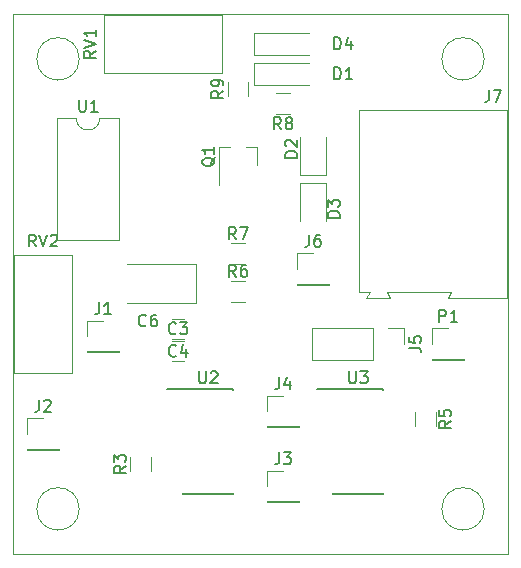
<source format=gbr>
%TF.GenerationSoftware,KiCad,Pcbnew,4.0.7*%
%TF.CreationDate,2018-04-11T16:34:22+03:00*%
%TF.ProjectId,capacity_sensor,63617061636974795F73656E736F722E,rev?*%
%TF.FileFunction,Legend,Top*%
%FSLAX46Y46*%
G04 Gerber Fmt 4.6, Leading zero omitted, Abs format (unit mm)*
G04 Created by KiCad (PCBNEW 4.0.7) date 04/11/18 16:34:22*
%MOMM*%
%LPD*%
G01*
G04 APERTURE LIST*
%ADD10C,0.100000*%
%ADD11C,0.120000*%
%ADD12C,0.150000*%
G04 APERTURE END LIST*
D10*
X119380000Y-129540000D02*
X119380000Y-83820000D01*
X161290000Y-129540000D02*
X119380000Y-129540000D01*
X161290000Y-83820000D02*
X161290000Y-129540000D01*
X119380000Y-83820000D02*
X161290000Y-83820000D01*
X159276051Y-125730000D02*
G75*
G03X159276051Y-125730000I-1796051J0D01*
G01*
X124986051Y-125730000D02*
G75*
G03X124986051Y-125730000I-1796051J0D01*
G01*
X159276051Y-87630000D02*
G75*
G03X159276051Y-87630000I-1796051J0D01*
G01*
X124986051Y-87630000D02*
G75*
G03X124986051Y-87630000I-1796051J0D01*
G01*
D11*
X132850000Y-111340000D02*
X133850000Y-111340000D01*
X133850000Y-109640000D02*
X132850000Y-109640000D01*
X132850000Y-113245000D02*
X133850000Y-113245000D01*
X133850000Y-111545000D02*
X132850000Y-111545000D01*
X134860000Y-108330000D02*
X129060000Y-108330000D01*
X134860000Y-105030000D02*
X129060000Y-105030000D01*
X134860000Y-108330000D02*
X134860000Y-105030000D01*
X139775000Y-87950000D02*
X139775000Y-89850000D01*
X139775000Y-89850000D02*
X144475000Y-89850000D01*
X139775000Y-87950000D02*
X144475000Y-87950000D01*
X143720000Y-97450000D02*
X145840000Y-97450000D01*
X143720000Y-94250000D02*
X143720000Y-97450000D01*
X145840000Y-97450000D02*
X145840000Y-94250000D01*
X145840000Y-98130000D02*
X143720000Y-98130000D01*
X145840000Y-101330000D02*
X145840000Y-98130000D01*
X143720000Y-98130000D02*
X143720000Y-101330000D01*
X139775000Y-85410000D02*
X139775000Y-87310000D01*
X139775000Y-87310000D02*
X144475000Y-87310000D01*
X139775000Y-85410000D02*
X144475000Y-85410000D01*
X125670000Y-112455000D02*
X128330000Y-112455000D01*
X125670000Y-112395000D02*
X125670000Y-112455000D01*
X128330000Y-112395000D02*
X128330000Y-112455000D01*
X125670000Y-112395000D02*
X128330000Y-112395000D01*
X125670000Y-111125000D02*
X125670000Y-109795000D01*
X125670000Y-109795000D02*
X127000000Y-109795000D01*
X120590000Y-120710000D02*
X123250000Y-120710000D01*
X120590000Y-120650000D02*
X120590000Y-120710000D01*
X123250000Y-120650000D02*
X123250000Y-120710000D01*
X120590000Y-120650000D02*
X123250000Y-120650000D01*
X120590000Y-119380000D02*
X120590000Y-118050000D01*
X120590000Y-118050000D02*
X121920000Y-118050000D01*
X140910000Y-125155000D02*
X143570000Y-125155000D01*
X140910000Y-125095000D02*
X140910000Y-125155000D01*
X143570000Y-125095000D02*
X143570000Y-125155000D01*
X140910000Y-125095000D02*
X143570000Y-125095000D01*
X140910000Y-123825000D02*
X140910000Y-122495000D01*
X140910000Y-122495000D02*
X142240000Y-122495000D01*
X140910000Y-118805000D02*
X143570000Y-118805000D01*
X140910000Y-118745000D02*
X140910000Y-118805000D01*
X143570000Y-118745000D02*
X143570000Y-118805000D01*
X140910000Y-118745000D02*
X143570000Y-118745000D01*
X140910000Y-117475000D02*
X140910000Y-116145000D01*
X140910000Y-116145000D02*
X142240000Y-116145000D01*
X144720000Y-110430000D02*
X144720000Y-113090000D01*
X149860000Y-110430000D02*
X144720000Y-110430000D01*
X149860000Y-113090000D02*
X144720000Y-113090000D01*
X149860000Y-110430000D02*
X149860000Y-113090000D01*
X151130000Y-110430000D02*
X152460000Y-110430000D01*
X152460000Y-110430000D02*
X152460000Y-111760000D01*
X143450000Y-106740000D02*
X146110000Y-106740000D01*
X143450000Y-106680000D02*
X143450000Y-106740000D01*
X146110000Y-106680000D02*
X146110000Y-106740000D01*
X143450000Y-106680000D02*
X146110000Y-106680000D01*
X143450000Y-105410000D02*
X143450000Y-104080000D01*
X143450000Y-104080000D02*
X144780000Y-104080000D01*
X161240000Y-91965000D02*
X148640000Y-91965000D01*
X148640000Y-91965000D02*
X148640000Y-107365000D01*
X148640000Y-107365000D02*
X149590000Y-107365000D01*
X149590000Y-107365000D02*
X149290000Y-107865000D01*
X149290000Y-107865000D02*
X151290000Y-107865000D01*
X151290000Y-107865000D02*
X151040000Y-107365000D01*
X151040000Y-107365000D02*
X156440000Y-107365000D01*
X156440000Y-107365000D02*
X156190000Y-107865000D01*
X156190000Y-107865000D02*
X161240000Y-107865000D01*
X161240000Y-107865000D02*
X161240000Y-91965000D01*
X154880000Y-113090000D02*
X157540000Y-113090000D01*
X154880000Y-113030000D02*
X154880000Y-113090000D01*
X157540000Y-113030000D02*
X157540000Y-113090000D01*
X154880000Y-113030000D02*
X157540000Y-113030000D01*
X154880000Y-111760000D02*
X154880000Y-110430000D01*
X154880000Y-110430000D02*
X156210000Y-110430000D01*
X131055000Y-121320000D02*
X131055000Y-122520000D01*
X129295000Y-122520000D02*
X129295000Y-121320000D01*
X153425000Y-118710000D02*
X153425000Y-117510000D01*
X155185000Y-117510000D02*
X155185000Y-118710000D01*
X139030000Y-108195000D02*
X137830000Y-108195000D01*
X137830000Y-106435000D02*
X139030000Y-106435000D01*
X139030000Y-105020000D02*
X137830000Y-105020000D01*
X137830000Y-103260000D02*
X139030000Y-103260000D01*
X141640000Y-90560000D02*
X142840000Y-90560000D01*
X142840000Y-92320000D02*
X141640000Y-92320000D01*
X139310000Y-89570000D02*
X139310000Y-90770000D01*
X137550000Y-90770000D02*
X137550000Y-89570000D01*
X127105000Y-88835000D02*
X127105000Y-83885000D01*
X137055000Y-88835000D02*
X137055000Y-83885000D01*
X127105000Y-83885000D02*
X137055000Y-83885000D01*
X127105000Y-88835000D02*
X137055000Y-88835000D01*
X119445000Y-104245000D02*
X124395000Y-104245000D01*
X119445000Y-114195000D02*
X124395000Y-114195000D01*
X124395000Y-104245000D02*
X124395000Y-114195000D01*
X119445000Y-104245000D02*
X119445000Y-114195000D01*
X126730000Y-92650000D02*
G75*
G02X124730000Y-92650000I-1000000J0D01*
G01*
X124730000Y-92650000D02*
X123080000Y-92650000D01*
X123080000Y-92650000D02*
X123080000Y-102930000D01*
X123080000Y-102930000D02*
X128380000Y-102930000D01*
X128380000Y-102930000D02*
X128380000Y-92650000D01*
X128380000Y-92650000D02*
X126730000Y-92650000D01*
D12*
X133815000Y-115565000D02*
X133815000Y-115590000D01*
X137965000Y-115565000D02*
X137965000Y-115680000D01*
X137965000Y-124465000D02*
X137965000Y-124350000D01*
X133815000Y-124465000D02*
X133815000Y-124350000D01*
X133815000Y-115565000D02*
X137965000Y-115565000D01*
X133815000Y-124465000D02*
X137965000Y-124465000D01*
X133815000Y-115590000D02*
X132440000Y-115590000D01*
X146515000Y-115565000D02*
X146515000Y-115590000D01*
X150665000Y-115565000D02*
X150665000Y-115680000D01*
X150665000Y-124465000D02*
X150665000Y-124350000D01*
X146515000Y-124465000D02*
X146515000Y-124350000D01*
X146515000Y-115565000D02*
X150665000Y-115565000D01*
X146515000Y-124465000D02*
X150665000Y-124465000D01*
X146515000Y-115590000D02*
X145140000Y-115590000D01*
D11*
X140010000Y-95125000D02*
X139080000Y-95125000D01*
X136850000Y-95125000D02*
X137780000Y-95125000D01*
X136850000Y-95125000D02*
X136850000Y-98285000D01*
X140010000Y-95125000D02*
X140010000Y-96585000D01*
D12*
X133183334Y-110847143D02*
X133135715Y-110894762D01*
X132992858Y-110942381D01*
X132897620Y-110942381D01*
X132754762Y-110894762D01*
X132659524Y-110799524D01*
X132611905Y-110704286D01*
X132564286Y-110513810D01*
X132564286Y-110370952D01*
X132611905Y-110180476D01*
X132659524Y-110085238D01*
X132754762Y-109990000D01*
X132897620Y-109942381D01*
X132992858Y-109942381D01*
X133135715Y-109990000D01*
X133183334Y-110037619D01*
X133516667Y-109942381D02*
X134135715Y-109942381D01*
X133802381Y-110323333D01*
X133945239Y-110323333D01*
X134040477Y-110370952D01*
X134088096Y-110418571D01*
X134135715Y-110513810D01*
X134135715Y-110751905D01*
X134088096Y-110847143D01*
X134040477Y-110894762D01*
X133945239Y-110942381D01*
X133659524Y-110942381D01*
X133564286Y-110894762D01*
X133516667Y-110847143D01*
X133183334Y-112752143D02*
X133135715Y-112799762D01*
X132992858Y-112847381D01*
X132897620Y-112847381D01*
X132754762Y-112799762D01*
X132659524Y-112704524D01*
X132611905Y-112609286D01*
X132564286Y-112418810D01*
X132564286Y-112275952D01*
X132611905Y-112085476D01*
X132659524Y-111990238D01*
X132754762Y-111895000D01*
X132897620Y-111847381D01*
X132992858Y-111847381D01*
X133135715Y-111895000D01*
X133183334Y-111942619D01*
X134040477Y-112180714D02*
X134040477Y-112847381D01*
X133802381Y-111799762D02*
X133564286Y-112514048D01*
X134183334Y-112514048D01*
X130643334Y-110187143D02*
X130595715Y-110234762D01*
X130452858Y-110282381D01*
X130357620Y-110282381D01*
X130214762Y-110234762D01*
X130119524Y-110139524D01*
X130071905Y-110044286D01*
X130024286Y-109853810D01*
X130024286Y-109710952D01*
X130071905Y-109520476D01*
X130119524Y-109425238D01*
X130214762Y-109330000D01*
X130357620Y-109282381D01*
X130452858Y-109282381D01*
X130595715Y-109330000D01*
X130643334Y-109377619D01*
X131500477Y-109282381D02*
X131310000Y-109282381D01*
X131214762Y-109330000D01*
X131167143Y-109377619D01*
X131071905Y-109520476D01*
X131024286Y-109710952D01*
X131024286Y-110091905D01*
X131071905Y-110187143D01*
X131119524Y-110234762D01*
X131214762Y-110282381D01*
X131405239Y-110282381D01*
X131500477Y-110234762D01*
X131548096Y-110187143D01*
X131595715Y-110091905D01*
X131595715Y-109853810D01*
X131548096Y-109758571D01*
X131500477Y-109710952D01*
X131405239Y-109663333D01*
X131214762Y-109663333D01*
X131119524Y-109710952D01*
X131071905Y-109758571D01*
X131024286Y-109853810D01*
X146581905Y-89352381D02*
X146581905Y-88352381D01*
X146820000Y-88352381D01*
X146962858Y-88400000D01*
X147058096Y-88495238D01*
X147105715Y-88590476D01*
X147153334Y-88780952D01*
X147153334Y-88923810D01*
X147105715Y-89114286D01*
X147058096Y-89209524D01*
X146962858Y-89304762D01*
X146820000Y-89352381D01*
X146581905Y-89352381D01*
X148105715Y-89352381D02*
X147534286Y-89352381D01*
X147820000Y-89352381D02*
X147820000Y-88352381D01*
X147724762Y-88495238D01*
X147629524Y-88590476D01*
X147534286Y-88638095D01*
X143432381Y-95988095D02*
X142432381Y-95988095D01*
X142432381Y-95750000D01*
X142480000Y-95607142D01*
X142575238Y-95511904D01*
X142670476Y-95464285D01*
X142860952Y-95416666D01*
X143003810Y-95416666D01*
X143194286Y-95464285D01*
X143289524Y-95511904D01*
X143384762Y-95607142D01*
X143432381Y-95750000D01*
X143432381Y-95988095D01*
X142527619Y-95035714D02*
X142480000Y-94988095D01*
X142432381Y-94892857D01*
X142432381Y-94654761D01*
X142480000Y-94559523D01*
X142527619Y-94511904D01*
X142622857Y-94464285D01*
X142718095Y-94464285D01*
X142860952Y-94511904D01*
X143432381Y-95083333D01*
X143432381Y-94464285D01*
X147032381Y-101068095D02*
X146032381Y-101068095D01*
X146032381Y-100830000D01*
X146080000Y-100687142D01*
X146175238Y-100591904D01*
X146270476Y-100544285D01*
X146460952Y-100496666D01*
X146603810Y-100496666D01*
X146794286Y-100544285D01*
X146889524Y-100591904D01*
X146984762Y-100687142D01*
X147032381Y-100830000D01*
X147032381Y-101068095D01*
X146032381Y-100163333D02*
X146032381Y-99544285D01*
X146413333Y-99877619D01*
X146413333Y-99734761D01*
X146460952Y-99639523D01*
X146508571Y-99591904D01*
X146603810Y-99544285D01*
X146841905Y-99544285D01*
X146937143Y-99591904D01*
X146984762Y-99639523D01*
X147032381Y-99734761D01*
X147032381Y-100020476D01*
X146984762Y-100115714D01*
X146937143Y-100163333D01*
X146581905Y-86812381D02*
X146581905Y-85812381D01*
X146820000Y-85812381D01*
X146962858Y-85860000D01*
X147058096Y-85955238D01*
X147105715Y-86050476D01*
X147153334Y-86240952D01*
X147153334Y-86383810D01*
X147105715Y-86574286D01*
X147058096Y-86669524D01*
X146962858Y-86764762D01*
X146820000Y-86812381D01*
X146581905Y-86812381D01*
X148010477Y-86145714D02*
X148010477Y-86812381D01*
X147772381Y-85764762D02*
X147534286Y-86479048D01*
X148153334Y-86479048D01*
X126666667Y-108247381D02*
X126666667Y-108961667D01*
X126619047Y-109104524D01*
X126523809Y-109199762D01*
X126380952Y-109247381D01*
X126285714Y-109247381D01*
X127666667Y-109247381D02*
X127095238Y-109247381D01*
X127380952Y-109247381D02*
X127380952Y-108247381D01*
X127285714Y-108390238D01*
X127190476Y-108485476D01*
X127095238Y-108533095D01*
X121586667Y-116502381D02*
X121586667Y-117216667D01*
X121539047Y-117359524D01*
X121443809Y-117454762D01*
X121300952Y-117502381D01*
X121205714Y-117502381D01*
X122015238Y-116597619D02*
X122062857Y-116550000D01*
X122158095Y-116502381D01*
X122396191Y-116502381D01*
X122491429Y-116550000D01*
X122539048Y-116597619D01*
X122586667Y-116692857D01*
X122586667Y-116788095D01*
X122539048Y-116930952D01*
X121967619Y-117502381D01*
X122586667Y-117502381D01*
X141906667Y-120947381D02*
X141906667Y-121661667D01*
X141859047Y-121804524D01*
X141763809Y-121899762D01*
X141620952Y-121947381D01*
X141525714Y-121947381D01*
X142287619Y-120947381D02*
X142906667Y-120947381D01*
X142573333Y-121328333D01*
X142716191Y-121328333D01*
X142811429Y-121375952D01*
X142859048Y-121423571D01*
X142906667Y-121518810D01*
X142906667Y-121756905D01*
X142859048Y-121852143D01*
X142811429Y-121899762D01*
X142716191Y-121947381D01*
X142430476Y-121947381D01*
X142335238Y-121899762D01*
X142287619Y-121852143D01*
X141906667Y-114597381D02*
X141906667Y-115311667D01*
X141859047Y-115454524D01*
X141763809Y-115549762D01*
X141620952Y-115597381D01*
X141525714Y-115597381D01*
X142811429Y-114930714D02*
X142811429Y-115597381D01*
X142573333Y-114549762D02*
X142335238Y-115264048D01*
X142954286Y-115264048D01*
X152912381Y-112093333D02*
X153626667Y-112093333D01*
X153769524Y-112140953D01*
X153864762Y-112236191D01*
X153912381Y-112379048D01*
X153912381Y-112474286D01*
X152912381Y-111140952D02*
X152912381Y-111617143D01*
X153388571Y-111664762D01*
X153340952Y-111617143D01*
X153293333Y-111521905D01*
X153293333Y-111283809D01*
X153340952Y-111188571D01*
X153388571Y-111140952D01*
X153483810Y-111093333D01*
X153721905Y-111093333D01*
X153817143Y-111140952D01*
X153864762Y-111188571D01*
X153912381Y-111283809D01*
X153912381Y-111521905D01*
X153864762Y-111617143D01*
X153817143Y-111664762D01*
X144446667Y-102532381D02*
X144446667Y-103246667D01*
X144399047Y-103389524D01*
X144303809Y-103484762D01*
X144160952Y-103532381D01*
X144065714Y-103532381D01*
X145351429Y-102532381D02*
X145160952Y-102532381D01*
X145065714Y-102580000D01*
X145018095Y-102627619D01*
X144922857Y-102770476D01*
X144875238Y-102960952D01*
X144875238Y-103341905D01*
X144922857Y-103437143D01*
X144970476Y-103484762D01*
X145065714Y-103532381D01*
X145256191Y-103532381D01*
X145351429Y-103484762D01*
X145399048Y-103437143D01*
X145446667Y-103341905D01*
X145446667Y-103103810D01*
X145399048Y-103008571D01*
X145351429Y-102960952D01*
X145256191Y-102913333D01*
X145065714Y-102913333D01*
X144970476Y-102960952D01*
X144922857Y-103008571D01*
X144875238Y-103103810D01*
X159686667Y-90257381D02*
X159686667Y-90971667D01*
X159639047Y-91114524D01*
X159543809Y-91209762D01*
X159400952Y-91257381D01*
X159305714Y-91257381D01*
X160067619Y-90257381D02*
X160734286Y-90257381D01*
X160305714Y-91257381D01*
X155471905Y-109882381D02*
X155471905Y-108882381D01*
X155852858Y-108882381D01*
X155948096Y-108930000D01*
X155995715Y-108977619D01*
X156043334Y-109072857D01*
X156043334Y-109215714D01*
X155995715Y-109310952D01*
X155948096Y-109358571D01*
X155852858Y-109406190D01*
X155471905Y-109406190D01*
X156995715Y-109882381D02*
X156424286Y-109882381D01*
X156710000Y-109882381D02*
X156710000Y-108882381D01*
X156614762Y-109025238D01*
X156519524Y-109120476D01*
X156424286Y-109168095D01*
X128927381Y-122086666D02*
X128451190Y-122420000D01*
X128927381Y-122658095D02*
X127927381Y-122658095D01*
X127927381Y-122277142D01*
X127975000Y-122181904D01*
X128022619Y-122134285D01*
X128117857Y-122086666D01*
X128260714Y-122086666D01*
X128355952Y-122134285D01*
X128403571Y-122181904D01*
X128451190Y-122277142D01*
X128451190Y-122658095D01*
X127927381Y-121753333D02*
X127927381Y-121134285D01*
X128308333Y-121467619D01*
X128308333Y-121324761D01*
X128355952Y-121229523D01*
X128403571Y-121181904D01*
X128498810Y-121134285D01*
X128736905Y-121134285D01*
X128832143Y-121181904D01*
X128879762Y-121229523D01*
X128927381Y-121324761D01*
X128927381Y-121610476D01*
X128879762Y-121705714D01*
X128832143Y-121753333D01*
X156457381Y-118276666D02*
X155981190Y-118610000D01*
X156457381Y-118848095D02*
X155457381Y-118848095D01*
X155457381Y-118467142D01*
X155505000Y-118371904D01*
X155552619Y-118324285D01*
X155647857Y-118276666D01*
X155790714Y-118276666D01*
X155885952Y-118324285D01*
X155933571Y-118371904D01*
X155981190Y-118467142D01*
X155981190Y-118848095D01*
X155457381Y-117371904D02*
X155457381Y-117848095D01*
X155933571Y-117895714D01*
X155885952Y-117848095D01*
X155838333Y-117752857D01*
X155838333Y-117514761D01*
X155885952Y-117419523D01*
X155933571Y-117371904D01*
X156028810Y-117324285D01*
X156266905Y-117324285D01*
X156362143Y-117371904D01*
X156409762Y-117419523D01*
X156457381Y-117514761D01*
X156457381Y-117752857D01*
X156409762Y-117848095D01*
X156362143Y-117895714D01*
X138263334Y-106067381D02*
X137930000Y-105591190D01*
X137691905Y-106067381D02*
X137691905Y-105067381D01*
X138072858Y-105067381D01*
X138168096Y-105115000D01*
X138215715Y-105162619D01*
X138263334Y-105257857D01*
X138263334Y-105400714D01*
X138215715Y-105495952D01*
X138168096Y-105543571D01*
X138072858Y-105591190D01*
X137691905Y-105591190D01*
X139120477Y-105067381D02*
X138930000Y-105067381D01*
X138834762Y-105115000D01*
X138787143Y-105162619D01*
X138691905Y-105305476D01*
X138644286Y-105495952D01*
X138644286Y-105876905D01*
X138691905Y-105972143D01*
X138739524Y-106019762D01*
X138834762Y-106067381D01*
X139025239Y-106067381D01*
X139120477Y-106019762D01*
X139168096Y-105972143D01*
X139215715Y-105876905D01*
X139215715Y-105638810D01*
X139168096Y-105543571D01*
X139120477Y-105495952D01*
X139025239Y-105448333D01*
X138834762Y-105448333D01*
X138739524Y-105495952D01*
X138691905Y-105543571D01*
X138644286Y-105638810D01*
X138263334Y-102892381D02*
X137930000Y-102416190D01*
X137691905Y-102892381D02*
X137691905Y-101892381D01*
X138072858Y-101892381D01*
X138168096Y-101940000D01*
X138215715Y-101987619D01*
X138263334Y-102082857D01*
X138263334Y-102225714D01*
X138215715Y-102320952D01*
X138168096Y-102368571D01*
X138072858Y-102416190D01*
X137691905Y-102416190D01*
X138596667Y-101892381D02*
X139263334Y-101892381D01*
X138834762Y-102892381D01*
X142073334Y-93592381D02*
X141740000Y-93116190D01*
X141501905Y-93592381D02*
X141501905Y-92592381D01*
X141882858Y-92592381D01*
X141978096Y-92640000D01*
X142025715Y-92687619D01*
X142073334Y-92782857D01*
X142073334Y-92925714D01*
X142025715Y-93020952D01*
X141978096Y-93068571D01*
X141882858Y-93116190D01*
X141501905Y-93116190D01*
X142644762Y-93020952D02*
X142549524Y-92973333D01*
X142501905Y-92925714D01*
X142454286Y-92830476D01*
X142454286Y-92782857D01*
X142501905Y-92687619D01*
X142549524Y-92640000D01*
X142644762Y-92592381D01*
X142835239Y-92592381D01*
X142930477Y-92640000D01*
X142978096Y-92687619D01*
X143025715Y-92782857D01*
X143025715Y-92830476D01*
X142978096Y-92925714D01*
X142930477Y-92973333D01*
X142835239Y-93020952D01*
X142644762Y-93020952D01*
X142549524Y-93068571D01*
X142501905Y-93116190D01*
X142454286Y-93211429D01*
X142454286Y-93401905D01*
X142501905Y-93497143D01*
X142549524Y-93544762D01*
X142644762Y-93592381D01*
X142835239Y-93592381D01*
X142930477Y-93544762D01*
X142978096Y-93497143D01*
X143025715Y-93401905D01*
X143025715Y-93211429D01*
X142978096Y-93116190D01*
X142930477Y-93068571D01*
X142835239Y-93020952D01*
X137182381Y-90336666D02*
X136706190Y-90670000D01*
X137182381Y-90908095D02*
X136182381Y-90908095D01*
X136182381Y-90527142D01*
X136230000Y-90431904D01*
X136277619Y-90384285D01*
X136372857Y-90336666D01*
X136515714Y-90336666D01*
X136610952Y-90384285D01*
X136658571Y-90431904D01*
X136706190Y-90527142D01*
X136706190Y-90908095D01*
X137182381Y-89860476D02*
X137182381Y-89670000D01*
X137134762Y-89574761D01*
X137087143Y-89527142D01*
X136944286Y-89431904D01*
X136753810Y-89384285D01*
X136372857Y-89384285D01*
X136277619Y-89431904D01*
X136230000Y-89479523D01*
X136182381Y-89574761D01*
X136182381Y-89765238D01*
X136230000Y-89860476D01*
X136277619Y-89908095D01*
X136372857Y-89955714D01*
X136610952Y-89955714D01*
X136706190Y-89908095D01*
X136753810Y-89860476D01*
X136801429Y-89765238D01*
X136801429Y-89574761D01*
X136753810Y-89479523D01*
X136706190Y-89431904D01*
X136610952Y-89384285D01*
X126367381Y-86955238D02*
X125891190Y-87288572D01*
X126367381Y-87526667D02*
X125367381Y-87526667D01*
X125367381Y-87145714D01*
X125415000Y-87050476D01*
X125462619Y-87002857D01*
X125557857Y-86955238D01*
X125700714Y-86955238D01*
X125795952Y-87002857D01*
X125843571Y-87050476D01*
X125891190Y-87145714D01*
X125891190Y-87526667D01*
X125367381Y-86669524D02*
X126367381Y-86336191D01*
X125367381Y-86002857D01*
X126367381Y-85145714D02*
X126367381Y-85717143D01*
X126367381Y-85431429D02*
X125367381Y-85431429D01*
X125510238Y-85526667D01*
X125605476Y-85621905D01*
X125653095Y-85717143D01*
X121324762Y-103507381D02*
X120991428Y-103031190D01*
X120753333Y-103507381D02*
X120753333Y-102507381D01*
X121134286Y-102507381D01*
X121229524Y-102555000D01*
X121277143Y-102602619D01*
X121324762Y-102697857D01*
X121324762Y-102840714D01*
X121277143Y-102935952D01*
X121229524Y-102983571D01*
X121134286Y-103031190D01*
X120753333Y-103031190D01*
X121610476Y-102507381D02*
X121943809Y-103507381D01*
X122277143Y-102507381D01*
X122562857Y-102602619D02*
X122610476Y-102555000D01*
X122705714Y-102507381D01*
X122943810Y-102507381D01*
X123039048Y-102555000D01*
X123086667Y-102602619D01*
X123134286Y-102697857D01*
X123134286Y-102793095D01*
X123086667Y-102935952D01*
X122515238Y-103507381D01*
X123134286Y-103507381D01*
X124968095Y-91102381D02*
X124968095Y-91911905D01*
X125015714Y-92007143D01*
X125063333Y-92054762D01*
X125158571Y-92102381D01*
X125349048Y-92102381D01*
X125444286Y-92054762D01*
X125491905Y-92007143D01*
X125539524Y-91911905D01*
X125539524Y-91102381D01*
X126539524Y-92102381D02*
X125968095Y-92102381D01*
X126253809Y-92102381D02*
X126253809Y-91102381D01*
X126158571Y-91245238D01*
X126063333Y-91340476D01*
X125968095Y-91388095D01*
X135128095Y-114092381D02*
X135128095Y-114901905D01*
X135175714Y-114997143D01*
X135223333Y-115044762D01*
X135318571Y-115092381D01*
X135509048Y-115092381D01*
X135604286Y-115044762D01*
X135651905Y-114997143D01*
X135699524Y-114901905D01*
X135699524Y-114092381D01*
X136128095Y-114187619D02*
X136175714Y-114140000D01*
X136270952Y-114092381D01*
X136509048Y-114092381D01*
X136604286Y-114140000D01*
X136651905Y-114187619D01*
X136699524Y-114282857D01*
X136699524Y-114378095D01*
X136651905Y-114520952D01*
X136080476Y-115092381D01*
X136699524Y-115092381D01*
X147828095Y-114092381D02*
X147828095Y-114901905D01*
X147875714Y-114997143D01*
X147923333Y-115044762D01*
X148018571Y-115092381D01*
X148209048Y-115092381D01*
X148304286Y-115044762D01*
X148351905Y-114997143D01*
X148399524Y-114901905D01*
X148399524Y-114092381D01*
X148780476Y-114092381D02*
X149399524Y-114092381D01*
X149066190Y-114473333D01*
X149209048Y-114473333D01*
X149304286Y-114520952D01*
X149351905Y-114568571D01*
X149399524Y-114663810D01*
X149399524Y-114901905D01*
X149351905Y-114997143D01*
X149304286Y-115044762D01*
X149209048Y-115092381D01*
X148923333Y-115092381D01*
X148828095Y-115044762D01*
X148780476Y-114997143D01*
X136477619Y-95980238D02*
X136430000Y-96075476D01*
X136334762Y-96170714D01*
X136191905Y-96313571D01*
X136144286Y-96408810D01*
X136144286Y-96504048D01*
X136382381Y-96456429D02*
X136334762Y-96551667D01*
X136239524Y-96646905D01*
X136049048Y-96694524D01*
X135715714Y-96694524D01*
X135525238Y-96646905D01*
X135430000Y-96551667D01*
X135382381Y-96456429D01*
X135382381Y-96265952D01*
X135430000Y-96170714D01*
X135525238Y-96075476D01*
X135715714Y-96027857D01*
X136049048Y-96027857D01*
X136239524Y-96075476D01*
X136334762Y-96170714D01*
X136382381Y-96265952D01*
X136382381Y-96456429D01*
X136382381Y-95075476D02*
X136382381Y-95646905D01*
X136382381Y-95361191D02*
X135382381Y-95361191D01*
X135525238Y-95456429D01*
X135620476Y-95551667D01*
X135668095Y-95646905D01*
M02*

</source>
